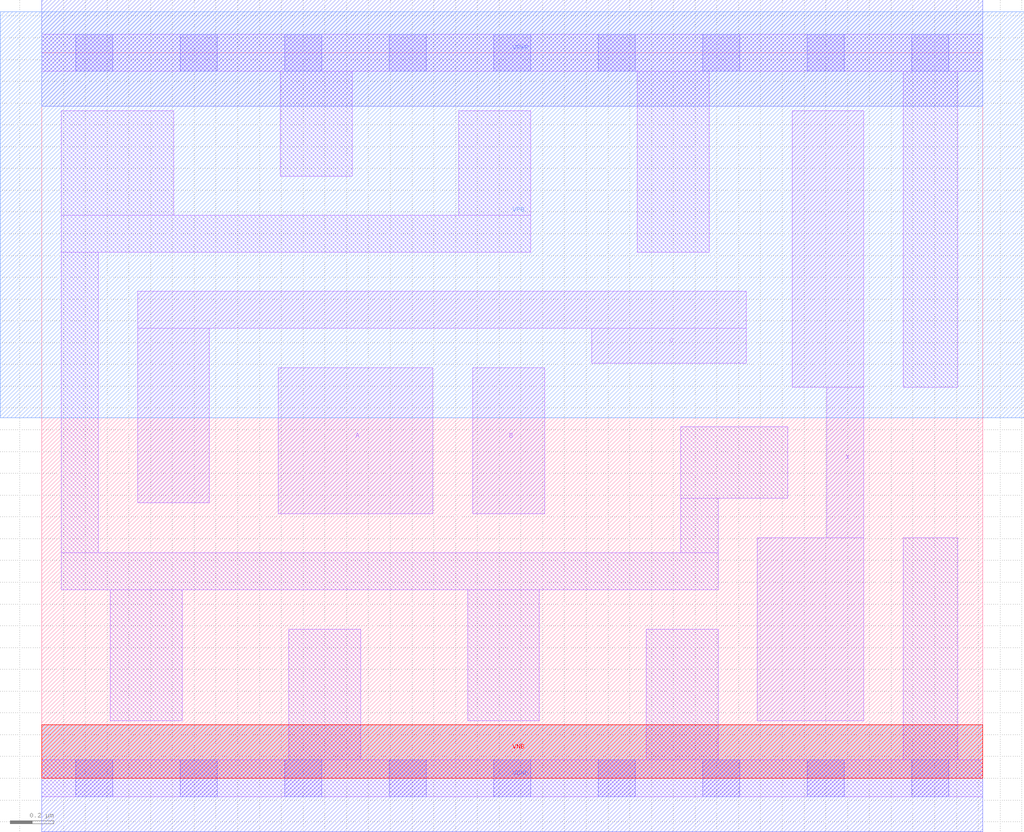
<source format=lef>
# Copyright 2020 The SkyWater PDK Authors
#
# Licensed under the Apache License, Version 2.0 (the "License");
# you may not use this file except in compliance with the License.
# You may obtain a copy of the License at
#
#     https://www.apache.org/licenses/LICENSE-2.0
#
# Unless required by applicable law or agreed to in writing, software
# distributed under the License is distributed on an "AS IS" BASIS,
# WITHOUT WARRANTIES OR CONDITIONS OF ANY KIND, either express or implied.
# See the License for the specific language governing permissions and
# limitations under the License.
#
# SPDX-License-Identifier: Apache-2.0

VERSION 5.7 ;
  NOWIREEXTENSIONATPIN ON ;
  DIVIDERCHAR "/" ;
  BUSBITCHARS "[]" ;
MACRO sky130_fd_sc_lp__maj3_2
  CLASS CORE ;
  FOREIGN sky130_fd_sc_lp__maj3_2 ;
  ORIGIN  0.000000  0.000000 ;
  SIZE  4.320000 BY  3.330000 ;
  SYMMETRY X Y R90 ;
  SITE unit ;
  PIN A
    ANTENNAGATEAREA  0.318000 ;
    DIRECTION INPUT ;
    USE SIGNAL ;
    PORT
      LAYER li1 ;
        RECT 1.085000 1.215000 1.795000 1.885000 ;
    END
  END A
  PIN B
    ANTENNAGATEAREA  0.318000 ;
    DIRECTION INPUT ;
    USE SIGNAL ;
    PORT
      LAYER li1 ;
        RECT 1.980000 1.215000 2.310000 1.885000 ;
    END
  END B
  PIN C
    ANTENNAGATEAREA  0.318000 ;
    DIRECTION INPUT ;
    USE SIGNAL ;
    PORT
      LAYER li1 ;
        RECT 0.440000 1.265000 0.770000 2.065000 ;
        RECT 0.440000 2.065000 3.235000 2.235000 ;
        RECT 2.525000 1.905000 3.235000 2.065000 ;
    END
  END C
  PIN X
    ANTENNADIFFAREA  0.588000 ;
    DIRECTION OUTPUT ;
    USE SIGNAL ;
    PORT
      LAYER li1 ;
        RECT 3.285000 0.265000 3.775000 1.105000 ;
        RECT 3.445000 1.795000 3.775000 3.065000 ;
        RECT 3.605000 1.105000 3.775000 1.795000 ;
    END
  END X
  PIN VGND
    DIRECTION INOUT ;
    USE GROUND ;
    PORT
      LAYER met1 ;
        RECT 0.000000 -0.245000 4.320000 0.245000 ;
    END
  END VGND
  PIN VNB
    DIRECTION INOUT ;
    USE GROUND ;
    PORT
      LAYER pwell ;
        RECT 0.000000 0.000000 4.320000 0.245000 ;
    END
  END VNB
  PIN VPB
    DIRECTION INOUT ;
    USE POWER ;
    PORT
      LAYER nwell ;
        RECT -0.190000 1.655000 4.510000 3.520000 ;
    END
  END VPB
  PIN VPWR
    DIRECTION INOUT ;
    USE POWER ;
    PORT
      LAYER met1 ;
        RECT 0.000000 3.085000 4.320000 3.575000 ;
    END
  END VPWR
  OBS
    LAYER li1 ;
      RECT 0.000000 -0.085000 4.320000 0.085000 ;
      RECT 0.000000  3.245000 4.320000 3.415000 ;
      RECT 0.090000  0.865000 3.105000 1.035000 ;
      RECT 0.090000  1.035000 0.260000 2.415000 ;
      RECT 0.090000  2.415000 2.245000 2.585000 ;
      RECT 0.090000  2.585000 0.605000 3.065000 ;
      RECT 0.315000  0.265000 0.645000 0.865000 ;
      RECT 1.095000  2.765000 1.425000 3.245000 ;
      RECT 1.135000  0.085000 1.465000 0.685000 ;
      RECT 1.915000  2.585000 2.245000 3.065000 ;
      RECT 1.955000  0.265000 2.285000 0.865000 ;
      RECT 2.735000  2.415000 3.065000 3.245000 ;
      RECT 2.775000  0.085000 3.105000 0.685000 ;
      RECT 2.935000  1.035000 3.105000 1.285000 ;
      RECT 2.935000  1.285000 3.425000 1.615000 ;
      RECT 3.955000  0.085000 4.205000 1.105000 ;
      RECT 3.955000  1.795000 4.205000 3.245000 ;
    LAYER mcon ;
      RECT 0.155000 -0.085000 0.325000 0.085000 ;
      RECT 0.155000  3.245000 0.325000 3.415000 ;
      RECT 0.635000 -0.085000 0.805000 0.085000 ;
      RECT 0.635000  3.245000 0.805000 3.415000 ;
      RECT 1.115000 -0.085000 1.285000 0.085000 ;
      RECT 1.115000  3.245000 1.285000 3.415000 ;
      RECT 1.595000 -0.085000 1.765000 0.085000 ;
      RECT 1.595000  3.245000 1.765000 3.415000 ;
      RECT 2.075000 -0.085000 2.245000 0.085000 ;
      RECT 2.075000  3.245000 2.245000 3.415000 ;
      RECT 2.555000 -0.085000 2.725000 0.085000 ;
      RECT 2.555000  3.245000 2.725000 3.415000 ;
      RECT 3.035000 -0.085000 3.205000 0.085000 ;
      RECT 3.035000  3.245000 3.205000 3.415000 ;
      RECT 3.515000 -0.085000 3.685000 0.085000 ;
      RECT 3.515000  3.245000 3.685000 3.415000 ;
      RECT 3.995000 -0.085000 4.165000 0.085000 ;
      RECT 3.995000  3.245000 4.165000 3.415000 ;
  END
END sky130_fd_sc_lp__maj3_2
END LIBRARY

</source>
